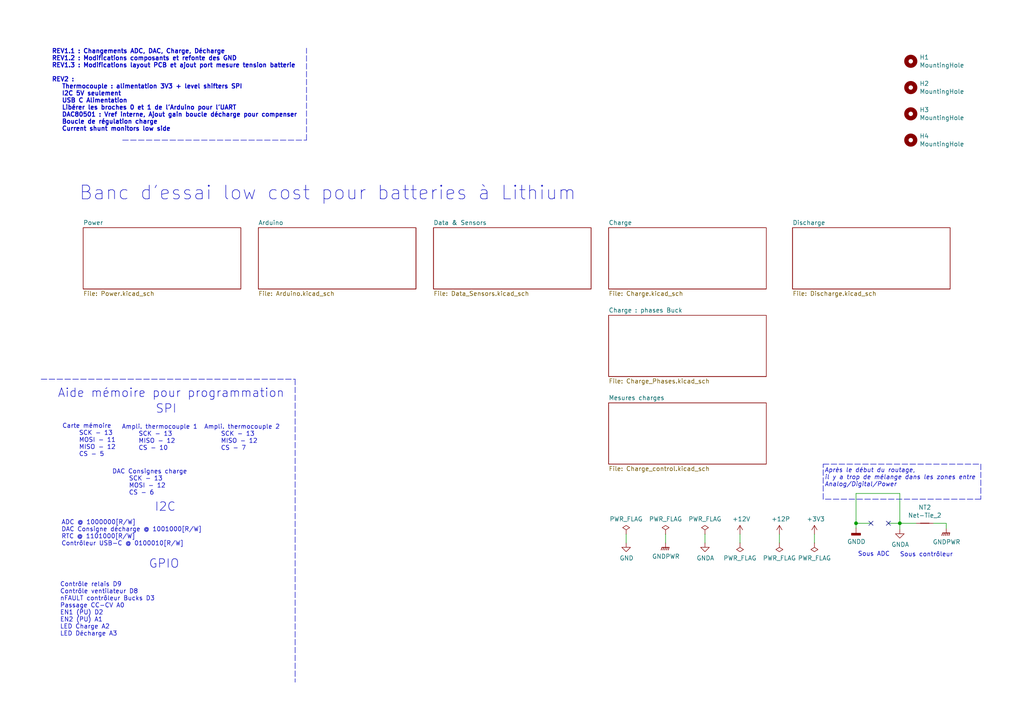
<source format=kicad_sch>
(kicad_sch (version 20231120) (generator "eeschema") (generator_version "8.0")
  (paper "A4")
  (title_block (title "Open LiOn charger") (rev "B00"))
  (lib_symbols
    (symbol "Device:Net-Tie_2" (pin_numbers hide) (pin_names (offset 0) hide)
      (property "Reference" "NT" (at 0 1.27 0))
      (property "Value" "Device_Net-Tie_2" (at 0 -1.27 0))
      (symbol "Net-Tie_2_0_1"
        (polyline (pts (xy -1.27 0) (xy 1.27 0)) (stroke (width 0.254)))
      )
      (symbol "Net-Tie_2_1_1"
        (pin passive line (at -2.54 0 0) (length 2.54) (name "1") (number "1"))
        (pin passive line (at 2.54 0 180) (length 2.54) (name "2") (number "2"))
      )
    )
    (symbol "Mechanical:MountingHole" (pin_names (offset 1.016))
      (property "Reference" "H" (at 0 5.08 0))
      (property "Value" "MountingHole" (at 0 3.175 0))
      (symbol "MountingHole_0_1"
        (circle (center 0 0) (radius 1.27) (stroke (width 1.27)))
      )
    )
    (symbol "power:+12P" (power) (pin_names (offset 0))
      (property "Value" "+12P" (at 0 3.556 0))
      (symbol "+12P_0_1"
        (polyline (pts (xy -0.762 1.27) (xy 0 2.54)))
        (polyline (pts (xy 0 0) (xy 0 2.54)))
        (polyline (pts (xy 0 2.54) (xy 0.762 1.27)))
      )
      (symbol "+12P_1_1"
        (pin power_in line (at 0 0 90) (length 0) hide (name "+12P") (number "1"))
      )
    )
    (symbol "power:+12V" (power) (pin_names (offset 0))
      (property "Value" "+12V" (at 0 3.556 0))
      (symbol "+12V_0_1"
        (polyline (pts (xy -0.762 1.27) (xy 0 2.54)))
        (polyline (pts (xy 0 0) (xy 0 2.54)))
        (polyline (pts (xy 0 2.54) (xy 0.762 1.27)))
      )
      (symbol "+12V_1_1"
        (pin power_in line (at 0 0 90) (length 0) hide (name "+12V") (number "1"))
      )
    )
    (symbol "power:+3.3V" (power) (pin_names (offset 0))
      (property "Value" "+3.3V" (at 0 3.556 0))
      (symbol "+3.3V_0_1"
        (polyline (pts (xy -0.762 1.27) (xy 0 2.54)))
        (polyline (pts (xy 0 0) (xy 0 2.54)))
        (polyline (pts (xy 0 2.54) (xy 0.762 1.27)))
      )
      (symbol "+3.3V_1_1"
        (pin power_in line (at 0 0 90) (length 0) hide (name "+3V3") (number "1"))
      )
    )
    (symbol "power:GND" (power) (pin_names (offset 0))
      (property "Value" "GND" (at 0 -3.81 0))
      (symbol "GND_0_1"
        (polyline (pts (xy 0 0) (xy 0 -1.27) (xy 1.27 -1.27) (xy 0 -2.54) (xy -1.27 -1.27) (xy 0 -1.27)))
      )
      (symbol "GND_1_1"
        (pin power_in line (at 0 0 270) (length 0) hide (name "GND") (number "1"))
      )
    )
    (symbol "power:GNDA" (power) (pin_names (offset 0))
      (property "Value" "GNDA" (at 0 -3.81 0))
      (symbol "GNDA_0_1"
        (polyline (pts (xy 0 0) (xy 0 -1.27) (xy 1.27 -1.27) (xy 0 -2.54) (xy -1.27 -1.27) (xy 0 -1.27)))
      )
      (symbol "GNDA_1_1"
        (pin power_in line (at 0 0 270) (length 0) hide (name "GNDA") (number "1"))
      )
    )
    (symbol "power:GNDD" (power) (pin_names (offset 0))
      (property "Value" "GNDD" (at 0 -3.175 0))
      (symbol "GNDD_0_1"
        (rectangle (start -1.27 -1.524) (end 1.27 -2.032) (stroke (width 0.254)) (fill (type outline)))
        (polyline (pts (xy 0 0) (xy 0 -1.524)))
      )
      (symbol "GNDD_1_1"
        (pin power_in line (at 0 0 270) (length 0) hide (name "GNDD") (number "1"))
      )
    )
    (symbol "power:GNDPWR" (power) (pin_names (offset 0))
      (property "Value" "GNDPWR" (at 0 -3.302 0))
      (symbol "GNDPWR_0_1"
        (polyline (pts (xy 0 -1.27) (xy 0 0)))
        (polyline (pts (xy -1.016 -1.27) (xy -1.27 -2.032) (xy -1.27 -2.032)) (stroke (width 0.2032)))
        (polyline (pts (xy -0.508 -1.27) (xy -0.762 -2.032) (xy -0.762 -2.032)) (stroke (width 0.2032)))
        (polyline (pts (xy 0 -1.27) (xy -0.254 -2.032) (xy -0.254 -2.032)) (stroke (width 0.2032)))
        (polyline (pts (xy 0.508 -1.27) (xy 0.254 -2.032) (xy 0.254 -2.032)) (stroke (width 0.2032)))
        (polyline (pts (xy 1.016 -1.27) (xy -1.016 -1.27) (xy -1.016 -1.27)) (stroke (width 0.2032)))
        (polyline (pts (xy 1.016 -1.27) (xy 0.762 -2.032) (xy 0.762 -2.032) (xy 0.762 -2.032)) (stroke (width 0.2032)))
      )
      (symbol "GNDPWR_1_1"
        (pin power_in line (at 0 0 270) (length 0) hide (name "GNDPWR") (number "1"))
      )
    )
    (symbol "power:PWR_FLAG" (power) (pin_numbers hide) (pin_names (offset 0) hide)
      (property "Value" "PWR_FLAG" (at 0 3.81 0))
      (symbol "PWR_FLAG_0_0"
        (pin power_out line (at 0 0 90) (length 0) (name "pwr") (number "1"))
      )
      (symbol "PWR_FLAG_0_1"
        (polyline (pts (xy 0 0) (xy 0 1.27) (xy -1.016 1.905) (xy 0 2.54) (xy 1.016 1.905) (xy 0 1.27)))
      )
    )
  )
  (junction (at 260.985 151.765))
  (junction (at 248.285 151.765))
  (no_connect (at 257.683 151.765))
  (no_connect (at 252.603 151.765))
  (polyline (pts (xy 284.48 144.78) (xy 238.76 144.78)) (stroke (width 0) (type dash)))
  (wire (pts (xy 260.985 151.765) (xy 260.985 143.129)))
  (wire (pts (xy 265.684 151.765) (xy 260.985 151.765)))
  (wire (pts (xy 193.04 154.94) (xy 193.04 157.48)))
  (polyline (pts (xy 35.56 40.64) (xy 88.9 40.64)) (stroke (width 0) (type dash)))
  (wire (pts (xy 270.764 151.765) (xy 274.447 151.765)))
  (wire (pts (xy 248.285 143.129) (xy 260.985 143.129)))
  (polyline (pts (xy 238.76 144.78) (xy 238.76 134.62)) (stroke (width 0) (type dash)))
  (wire (pts (xy 204.47 154.94) (xy 204.47 157.48)))
  (polyline (pts (xy 85.598 109.982) (xy 85.598 197.866)) (stroke (width 0) (type dash)))
  (wire (pts (xy 214.63 154.94) (xy 214.63 157.48)))
  (wire (pts (xy 248.285 151.765) (xy 248.285 153.162)))
  (wire (pts (xy 236.22 154.94) (xy 236.22 157.48)))
  (wire (pts (xy 257.683 151.765) (xy 260.985 151.765)))
  (wire (pts (xy 274.447 151.765) (xy 274.447 153.289)))
  (wire (pts (xy 226.06 154.94) (xy 226.06 157.48)))
  (polyline (pts (xy 88.9 40.64) (xy 88.9 13.97)) (stroke (width 0) (type dash)))
  (wire (pts (xy 252.603 151.765) (xy 248.285 151.765)))
  (wire (pts (xy 260.985 151.765) (xy 260.985 153.543)))
  (wire (pts (xy 181.61 154.94) (xy 181.61 157.48)))
  (wire (pts (xy 248.285 143.129) (xy 248.285 151.765)))
  (polyline (pts (xy 238.76 134.62) (xy 284.48 134.62)) (stroke (width 0) (type dash)))
  (polyline (pts (xy 11.938 109.982) (xy 85.598 109.982)) (stroke (width 0) (type dash)))
  (polyline (pts (xy 284.48 134.62) (xy 284.48 144.78)) (stroke (width 0) (type dash)))
  (text "Carte mémoire\n     SCK - 13\n     MOSI - 11\n     MISO - 12\n     CS - 5" (at 18.034 132.588 0) (effects (font (size 1.27 1.27)) (justify left bottom)))
  (text "Ampli. thermocouple 1\n     SCK - 13\n     MISO - 12\n     CS - 10" (at 35.306 130.81 0) (effects (font (size 1.27 1.27)) (justify left bottom)))
  (text "I2C" (at 51.054 148.59 0) (effects (font (size 2.4892 2.4892)) (justify right bottom)))
  (text "Ampli. thermocouple 2\n     SCK - 13\n     MISO - 12\n     CS - 7" (at 59.182 130.81 0) (effects (font (size 1.27 1.27)) (justify left bottom)))
  (text "REV1.1 : Changements ADC, DAC, Charge, Décharge\nREV1.2 : Modifications composants et refonte des GND\nREV1.3 : Modifications layout PCB et ajout port mesure tension batterie\n\nREV2 : \n   Thermocouple : alimentation 3V3 + level shifters SPI\n   I2C 5V seulement\n   USB C Alimentation\n   Libérer les broches 0 et 1 de l'Arduino pour l'UART\n   DAC80501 : Vref interne, Ajout gain boucle décharge pour compenser\n   Boucle de régulation charge\n   Current shunt monitors low side" (at 14.986 38.227 0) (effects (font (size 1.27 1.27) (thickness 0.254) (bold yes)) (justify left bottom)))
  (text "GPIO" (at 52.07 165.1 0) (effects (font (size 2.4892 2.4892)) (justify right bottom)))
  (text "Sous contrôleur" (at 260.985 161.671 0) (effects (font (size 1.27 1.27)) (justify left bottom)))
  (text "DAC Consignes charge\n     SCK - 13\n     MOSI - 12\n     CS - 6" (at 32.512 143.764 0) (effects (font (size 1.27 1.27)) (justify left bottom)))
  (text "Aide mémoire pour programmation" (at 82.55 115.57 0) (effects (font (size 2.4892 2.4892)) (justify right bottom)))
  (text "ADC @ 1000000[R/W]\nDAC Consigne décharge @ 1001000[R/W]\nRTC @ 1101000[R/W]\nContrôleur USB-C @ 0100010[R/W]" (at 17.78 158.496 0) (effects (font (size 1.27 1.27)) (justify left bottom)))
  (text "Sous ADC" (at 248.793 161.544 0) (effects (font (size 1.27 1.27)) (justify left bottom)))
  (text "SPI" (at 51.308 120.142 0) (effects (font (size 2.4892 2.4892)) (justify right bottom)))
  (text "Contrôle relais D9\nContrôle ventilateur D8\nnFAULT contrôleur Bucks D3\nPassage CC-CV A0\nEN1 (PU) D2\nEN2 (PU) A1\nLED Charge A2\nLED Décharge A3" (at 17.399 184.658 0) (effects (font (size 1.27 1.27)) (justify left bottom)))
  (text "Après le début du routage, \nil y a trop de mélange dans les zones entre \nAnalog/Digital/Power" (at 239.141 141.351 0) (effects (font (size 1.27 1.27) (italic yes)) (justify left bottom)))
  (text "Banc d'essai low cost pour batteries à Lithium" (at 22.86 58.42 0) (effects (font (size 3.9878 3.9878)) (justify left bottom)))
  (symbol (lib_id "power:PWR_FLAG") (at 193.04 154.94 0) (unit 1)
    (property "Reference" "#FLG03" (effects (hide yes)))
    (property "Value" "PWR_FLAG" (at 193.04 150.5458 0))
  )
  (symbol (lib_id "power:+3.3V") (at 236.22 154.94 0) (unit 1)
    (property "Reference" "#PWR04" (effects (hide yes)))
    (property "Value" "+3V3" (at 236.601 150.5458 0))
  )
  (symbol (lib_id "power:PWR_FLAG") (at 236.22 157.48 180) (unit 1)
    (property "Reference" "#FLG04" (effects (hide yes)))
    (property "Value" "PWR_FLAG" (at 236.22 161.8742 0))
  )
  (symbol (lib_id "power:+12V") (at 214.63 154.94 0) (unit 1)
    (property "Reference" "#PWR02" (effects (hide yes)))
    (property "Value" "+12V" (at 215.011 150.5458 0))
  )
  (symbol (lib_id "power:GND") (at 181.61 157.48 0) (unit 1)
    (property "Reference" "#PWR01" (effects (hide yes)))
    (property "Value" "GND" (at 181.737 161.8742 0))
  )
  (symbol (lib_id "power:GNDPWR") (at 193.04 157.48 0) (unit 1)
    (property "Reference" "#PWR03" (effects (hide yes)))
    (property "Value" "GNDPWR" (at 193.1416 161.3916 0))
  )
  (symbol (lib_id "power:PWR_FLAG") (at 181.61 154.94 0) (unit 1)
    (property "Reference" "#FLG01" (effects (hide yes)))
    (property "Value" "PWR_FLAG" (at 181.61 150.5458 0))
  )
  (symbol (lib_id "power:PWR_FLAG") (at 214.63 157.48 180) (unit 1)
    (property "Reference" "#FLG02" (effects (hide yes)))
    (property "Value" "PWR_FLAG" (at 214.63 161.8742 0))
  )
  (symbol (lib_id "Mechanical:MountingHole") (at 264.16 17.78 0) (unit 1)
    (property "Reference" "H1" (at 266.7 16.6116 0) (effects (justify left)))
    (property "Value" "MountingHole" (at 266.7 18.923 0) (effects (justify left)))
    (property "Footprint" "MountingHole:MountingHole_3.2mm_M3_ISO7380" (effects (hide yes)))
  )
  (symbol (lib_id "Mechanical:MountingHole") (at 264.16 25.4 0) (unit 1)
    (property "Reference" "H2" (at 266.7 24.2316 0) (effects (justify left)))
    (property "Value" "MountingHole" (at 266.7 26.543 0) (effects (justify left)))
    (property "Footprint" "MountingHole:MountingHole_3.2mm_M3_ISO7380" (effects (hide yes)))
  )
  (symbol (lib_id "Mechanical:MountingHole") (at 264.16 33.02 0) (unit 1)
    (property "Reference" "H3" (at 266.7 31.8516 0) (effects (justify left)))
    (property "Value" "MountingHole" (at 266.7 34.163 0) (effects (justify left)))
    (property "Footprint" "MountingHole:MountingHole_3.2mm_M3_ISO7380" (effects (hide yes)))
  )
  (symbol (lib_id "Mechanical:MountingHole") (at 264.16 40.64 0) (unit 1)
    (property "Reference" "H4" (at 266.7 39.4716 0) (effects (justify left)))
    (property "Value" "MountingHole" (at 266.7 41.783 0) (effects (justify left)))
    (property "Footprint" "MountingHole:MountingHole_3.2mm_M3_ISO7380" (effects (hide yes)))
  )
  (symbol (lib_id "power:GNDA") (at 204.47 157.48 0) (unit 1)
    (property "Reference" "#PWR05" (effects (hide yes)))
    (property "Value" "GNDA" (at 204.597 161.8742 0))
  )
  (symbol (lib_id "power:PWR_FLAG") (at 204.47 154.94 0) (unit 1)
    (property "Reference" "#FLG05" (effects (hide yes)))
    (property "Value" "PWR_FLAG" (at 204.47 150.5458 0))
  )
  (symbol (lib_id "power:GNDD") (at 248.285 153.162 0) (unit 1)
    (property "Reference" "#PWR08" (effects (hide yes)))
    (property "Value" "GNDD" (at 248.3866 157.099 0))
  )
  (symbol (lib_id "power:GNDA") (at 260.985 153.543 0) (unit 1)
    (property "Reference" "#PWR09" (effects (hide yes)))
    (property "Value" "GNDA" (at 261.112 157.9372 0))
  )
  (symbol (lib_id "power:GNDPWR") (at 274.447 153.289 0) (unit 1)
    (property "Reference" "#PWR010" (effects (hide yes)))
    (property "Value" "GNDPWR" (at 274.5486 157.2006 0))
  )
  (symbol (lib_id "Device:Net-Tie_2") (at 268.224 151.765 0) (unit 1)
    (property "Reference" "NT2" (at 268.224 147.1676 0))
    (property "Value" "Net-Tie_2" (at 268.224 149.479 0))
    (property "Footprint" "NetTie:NetTie-2_SMD_Pad0.5mm" (effects (hide yes)))
  )
  (symbol (lib_id "power:PWR_FLAG") (at 226.06 157.48 180) (unit 1)
    (property "Reference" "#FLG07" (effects (hide yes)))
    (property "Value" "PWR_FLAG" (at 226.06 161.8742 0))
  )
  (symbol (lib_id "power:+12P") (at 226.06 154.94 0) (unit 1)
    (property "Reference" "#PWR07" (effects (hide yes)))
    (property "Value" "+12P" (at 226.441 150.5458 0))
  )
  (sheet (at 24.13 66.04) (size 45.72 17.78)
    (property "Sheetname" "Power" (at 24.13 65.3284 0) (effects (justify left bottom)))
    (property "Sheetfile" "Power.kicad_sch" (at 24.13 84.4046 0) (effects (justify left top)))
  )
  (sheet (at 74.93 66.04) (size 45.72 17.78)
    (property "Sheetname" "Arduino" (at 74.93 65.3284 0) (effects (justify left bottom)))
    (property "Sheetfile" "Arduino.kicad_sch" (at 74.93 84.4046 0) (effects (justify left top)))
  )
  (sheet (at 125.73 66.04) (size 45.72 17.78)
    (property "Sheetname" "Data & Sensors" (at 125.73 65.3284 0) (effects (justify left bottom)))
    (property "Sheetfile" "Data_Sensors.kicad_sch" (at 125.73 84.4046 0) (effects (justify left top)))
  )
  (sheet (at 176.53 66.04) (size 45.72 17.78)
    (property "Sheetname" "Charge" (at 176.53 65.3284 0) (effects (justify left bottom)))
    (property "Sheetfile" "Charge.kicad_sch" (at 176.53 84.4046 0) (effects (justify left top)))
  )
  (sheet (at 176.53 91.44) (size 45.72 17.78)
    (property "Sheetname" "Charge : phases Buck" (at 176.53 90.7284 0) (effects (justify left bottom)))
    (property "Sheetfile" "Charge_Phases.kicad_sch" (at 176.53 109.8046 0) (effects (justify left top)))
  )
  (sheet (at 176.53 116.84) (size 45.72 17.78)
    (property "Sheetname" "Mesures charges" (at 176.53 116.1284 0) (effects (justify left bottom)))
    (property "Sheetfile" "Charge_control.kicad_sch" (at 176.53 135.2046 0) (effects (justify left top)))
  )
  (sheet (at 229.87 66.04) (size 45.72 17.78)
    (property "Sheetname" "Discharge" (at 229.87 65.3284 0) (effects (justify left bottom)))
    (property "Sheetfile" "Discharge.kicad_sch" (at 229.87 84.4046 0) (effects (justify left top)))
  )
)
</source>
